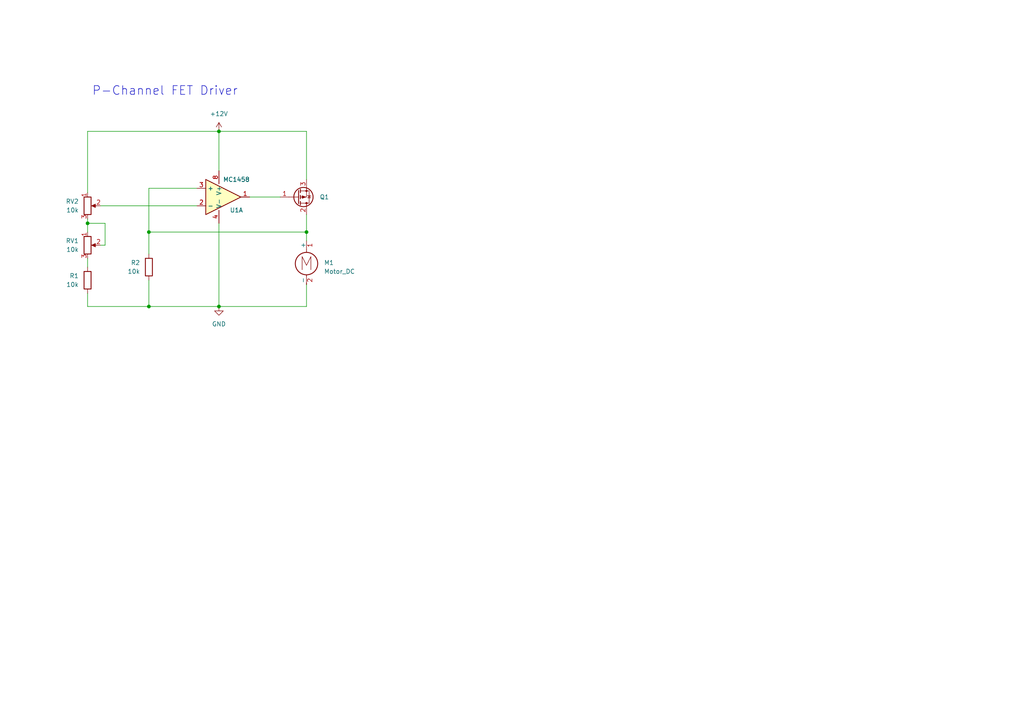
<source format=kicad_sch>
(kicad_sch (version 20211123) (generator eeschema)
  (paper "A4")
  (title_block (title "FET controller basics") (date "2022-06-04") (rev "0.1") (company "el.Dude Electronics Prototyping"))
  (lib_symbols
    (symbol "Device:Opamp_Dual"
      (property "Reference" "U" (at 0 5.08 0))
      (property "Value" "Opamp_Dual" (at 0 -5.08 0))
      (symbol "Opamp_Dual_1_1"
        (polyline (pts (xy -5.08 5.08) (xy 5.08 0) (xy -5.08 -5.08) (xy -5.08 5.08)) (stroke (width 0.254)) (fill (type background)))
        (pin output line (at 7.62 0 180) (length 2.54) (name "~") (number "1"))
        (pin input line (at -7.62 -2.54 0) (length 2.54) (name "-") (number "2"))
        (pin input line (at -7.62 2.54 0) (length 2.54) (name "+") (number "3"))
      )
      (symbol "Opamp_Dual_2_1"
        (polyline (pts (xy -5.08 5.08) (xy 5.08 0) (xy -5.08 -5.08) (xy -5.08 5.08)) (stroke (width 0.254)) (fill (type background)))
        (pin input line (at -7.62 2.54 0) (length 2.54) (name "+") (number "5"))
        (pin input line (at -7.62 -2.54 0) (length 2.54) (name "-") (number "6"))
        (pin output line (at 7.62 0 180) (length 2.54) (name "~") (number "7"))
      )
      (symbol "Opamp_Dual_3_1"
        (pin power_in line (at -2.54 -7.62 90) (length 3.81) (name "V-") (number "4"))
        (pin power_in line (at -2.54 7.62 270) (length 3.81) (name "V+") (number "8"))
      )
    )
    (symbol "Device:R" (pin_numbers hide) (pin_names (offset 0))
      (property "Reference" "R" (at 2.032 0 90))
      (property "Value" "R" (at 0 0 90))
      (symbol "R_0_1"
        (rectangle (start -1.016 -2.54) (end 1.016 2.54) (stroke (width 0.254)))
      )
      (symbol "R_1_1"
        (pin passive line (at 0 3.81 270) (length 1.27) (name "~") (number "1"))
        (pin passive line (at 0 -3.81 90) (length 1.27) (name "~") (number "2"))
      )
    )
    (symbol "Device:R_Potentiometer" (pin_names (offset 1.016) hide)
      (property "Reference" "RV" (at -4.445 0 90))
      (property "Value" "R_Potentiometer" (at -2.54 0 90))
      (symbol "R_Potentiometer_0_1"
        (polyline (pts (xy 2.54 0) (xy 1.524 0)))
        (polyline (pts (xy 1.143 0) (xy 2.286 0.508) (xy 2.286 -0.508) (xy 1.143 0)) (fill (type outline)))
        (rectangle (start 1.016 2.54) (end -1.016 -2.54) (stroke (width 0.254)))
      )
      (symbol "R_Potentiometer_1_1"
        (pin passive line (at 0 3.81 270) (length 1.27) (name "1") (number "1"))
        (pin passive line (at 3.81 0 180) (length 1.27) (name "2") (number "2"))
        (pin passive line (at 0 -3.81 90) (length 1.27) (name "3") (number "3"))
      )
    )
    (symbol "Motor:Motor_DC" (pin_names (offset 0))
      (property "Reference" "M" (at 2.54 2.54 0))
      (property "Value" "Motor_DC" (at 2.54 -5.08 0))
      (symbol "Motor_DC_0_0"
        (polyline (pts (xy -1.27 -3.302) (xy -1.27 0.508) (xy 0 -2.032) (xy 1.27 0.508) (xy 1.27 -3.302)))
      )
      (symbol "Motor_DC_0_1"
        (circle (center 0 -1.524) (radius 3.2512) (stroke (width 0.254)))
        (polyline (pts (xy 0 -7.62) (xy 0 -7.112)))
        (polyline (pts (xy 0 -4.7752) (xy 0 -5.1816)))
        (polyline (pts (xy 0 1.7272) (xy 0 2.0828)))
        (polyline (pts (xy 0 2.032) (xy 0 2.54)))
      )
      (symbol "Motor_DC_1_1"
        (pin passive line (at 0 5.08 270) (length 2.54) (name "+") (number "1"))
        (pin passive line (at 0 -7.62 90) (length 2.54) (name "-") (number "2"))
      )
    )
    (symbol "Transistor_FET:FQP27P06" (pin_names hide)
      (property "Reference" "Q" (at 5.08 1.905 0))
      (property "Value" "FQP27P06" (at 5.08 0 0))
      (symbol "FQP27P06_0_1"
        (polyline (pts (xy 0.254 0) (xy -2.54 0)))
        (polyline (pts (xy 0.254 1.905) (xy 0.254 -1.905)) (stroke (width 0.254)))
        (polyline (pts (xy 0.762 -1.27) (xy 0.762 -2.286)) (stroke (width 0.254)))
        (polyline (pts (xy 0.762 0.508) (xy 0.762 -0.508)) (stroke (width 0.254)))
        (polyline (pts (xy 0.762 2.286) (xy 0.762 1.27)) (stroke (width 0.254)))
        (polyline (pts (xy 2.54 2.54) (xy 2.54 1.778)))
        (polyline (pts (xy 2.54 -2.54) (xy 2.54 0) (xy 0.762 0)))
        (polyline (pts (xy 0.762 1.778) (xy 3.302 1.778) (xy 3.302 -1.778) (xy 0.762 -1.778)))
        (polyline (pts (xy 2.286 0) (xy 1.27 0.381) (xy 1.27 -0.381) (xy 2.286 0)) (fill (type outline)))
        (polyline (pts (xy 2.794 -0.508) (xy 2.921 -0.381) (xy 3.683 -0.381) (xy 3.81 -0.254)))
        (polyline (pts (xy 3.302 -0.381) (xy 2.921 0.254) (xy 3.683 0.254) (xy 3.302 -0.381)))
        (circle (center 1.651 0) (radius 2.794) (stroke (width 0.254)))
        (circle (center 2.54 -1.778) (radius 0.254) (fill (type outline)))
        (circle (center 2.54 1.778) (radius 0.254) (fill (type outline)))
      )
      (symbol "FQP27P06_1_1"
        (pin input line (at -5.08 0 0) (length 2.54) (name "G") (number "1"))
        (pin passive line (at 2.54 5.08 270) (length 2.54) (name "D") (number "2"))
        (pin passive line (at 2.54 -5.08 90) (length 2.54) (name "S") (number "3"))
      )
    )
    (symbol "power:+12V" (power) (pin_names (offset 0))
      (property "Value" "+12V" (at 0 3.556 0))
      (symbol "+12V_0_1"
        (polyline (pts (xy -0.762 1.27) (xy 0 2.54)))
        (polyline (pts (xy 0 0) (xy 0 2.54)))
        (polyline (pts (xy 0 2.54) (xy 0.762 1.27)))
      )
      (symbol "+12V_1_1"
        (pin power_in line (at 0 0 90) (length 0) hide (name "+12V") (number "1"))
      )
    )
    (symbol "power:GND" (power) (pin_names (offset 0))
      (property "Value" "GND" (at 0 -3.81 0))
      (symbol "GND_0_1"
        (polyline (pts (xy 0 0) (xy 0 -1.27) (xy 1.27 -1.27) (xy 0 -2.54) (xy -1.27 -1.27) (xy 0 -1.27)))
      )
      (symbol "GND_1_1"
        (pin power_in line (at 0 0 270) (length 0) hide (name "GND") (number "1"))
      )
    )
  )
  (junction (at 63.5 38.1))
  (junction (at 63.5 88.9))
  (junction (at 43.18 88.9))
  (junction (at 88.9 67.31))
  (junction (at 25.4 64.77))
  (junction (at 43.18 67.31))
  (wire (pts (xy 43.18 54.61) (xy 57.15 54.61)))
  (wire (pts (xy 25.4 88.9) (xy 43.18 88.9)))
  (wire (pts (xy 63.5 64.77) (xy 63.5 88.9)))
  (wire (pts (xy 30.48 71.12) (xy 30.48 64.77)))
  (wire (pts (xy 72.39 57.15) (xy 81.28 57.15)))
  (wire (pts (xy 63.5 38.1) (xy 63.5 49.53)))
  (wire (pts (xy 88.9 62.23) (xy 88.9 67.31)))
  (wire (pts (xy 30.48 64.77) (xy 25.4 64.77)))
  (wire (pts (xy 43.18 67.31) (xy 43.18 54.61)))
  (wire (pts (xy 63.5 38.1) (xy 88.9 38.1)))
  (wire (pts (xy 88.9 82.55) (xy 88.9 88.9)))
  (wire (pts (xy 25.4 64.77) (xy 25.4 67.31)))
  (wire (pts (xy 88.9 52.07) (xy 88.9 38.1)))
  (wire (pts (xy 25.4 38.1) (xy 63.5 38.1)))
  (wire (pts (xy 43.18 67.31) (xy 88.9 67.31)))
  (wire (pts (xy 25.4 55.88) (xy 25.4 38.1)))
  (wire (pts (xy 88.9 88.9) (xy 63.5 88.9)))
  (wire (pts (xy 30.48 71.12) (xy 29.21 71.12)))
  (wire (pts (xy 43.18 81.28) (xy 43.18 88.9)))
  (wire (pts (xy 43.18 73.66) (xy 43.18 67.31)))
  (wire (pts (xy 88.9 67.31) (xy 88.9 69.85)))
  (wire (pts (xy 25.4 85.09) (xy 25.4 88.9)))
  (wire (pts (xy 29.21 59.69) (xy 57.15 59.69)))
  (wire (pts (xy 25.4 64.77) (xy 25.4 63.5)))
  (wire (pts (xy 43.18 88.9) (xy 63.5 88.9)))
  (wire (pts (xy 25.4 74.93) (xy 25.4 77.47)))
  (text "P-Channel FET Driver" (at 26.67 27.94 0) (effects (font (size 2.54 2.54)) (justify left bottom)))
  (symbol (lib_id "Device:Opamp_Dual") (at 64.77 57.15 0) (unit 1)
    (property "Reference" "U1" (at 68.58 60.96 0))
    (property "Value" "MC1458" (at 68.58 52.07 0))
  )
  (symbol (lib_id "Motor:Motor_DC") (at 88.9 74.93 0) (unit 1)
    (property "Reference" "M1" (at 93.98 76.1999 0) (effects (justify left)))
    (property "Value" "Motor_DC" (at 93.98 78.7399 0) (effects (justify left)))
  )
  (symbol (lib_id "Device:Opamp_Dual") (at 66.04 57.15 0) (unit 3)
    (property "Reference" "U1" (effects hide))
    (property "Value" "Opamp_Dual" (effects hide))
  )
  (symbol (lib_id "Transistor_FET:FQP27P06") (at 86.36 57.15 0) (mirror x) (unit 1)
    (property "Reference" "Q1" (at 92.71 57.1499 0) (effects (justify left)))
    (property "Value" "FQP27P06" (effects hide))
    (property "Footprint" "Package_TO_SOT_THT:TO-220-3_Vertical" (effects hide))
    (property "Datasheet" "https://www.onsemi.com/pub/Collateral/FQP27P06-D.PDF" (effects hide))
  )
  (symbol (lib_id "Device:R") (at 25.4 81.28 0) (mirror x) (unit 1)
    (property "Reference" "R1" (at 22.86 80.0099 0) (effects (justify right)))
    (property "Value" "10k" (at 22.86 82.5499 0) (effects (justify right)))
  )
  (symbol (lib_id "power:GND") (at 63.5 88.9 0) (unit 1)
    (property "Reference" "#PWR?" (effects hide))
    (property "Value" "GND" (at 63.5 93.98 0))
  )
  (symbol (lib_id "power:+12V") (at 63.5 38.1 0) (unit 1)
    (property "Reference" "#PWR?" (effects hide))
    (property "Value" "+12V" (at 63.5 33.02 0))
  )
  (symbol (lib_id "Device:R") (at 43.18 77.47 0) (mirror x) (unit 1)
    (property "Reference" "R2" (at 40.64 76.1999 0) (effects (justify right)))
    (property "Value" "10k" (at 40.64 78.7399 0) (effects (justify right)))
  )
  (symbol (lib_id "Device:R_Potentiometer") (at 25.4 71.12 0) (unit 1)
    (property "Reference" "RV1" (at 22.86 69.8499 0) (effects (justify right)))
    (property "Value" "10k" (at 22.86 72.3899 0) (effects (justify right)))
  )
  (symbol (lib_id "Device:R_Potentiometer") (at 25.4 59.69 0) (unit 1)
    (property "Reference" "RV2" (at 22.86 58.4199 0) (effects (justify right)))
    (property "Value" "10k" (at 22.86 60.9599 0) (effects (justify right)))
  )
)
</source>
